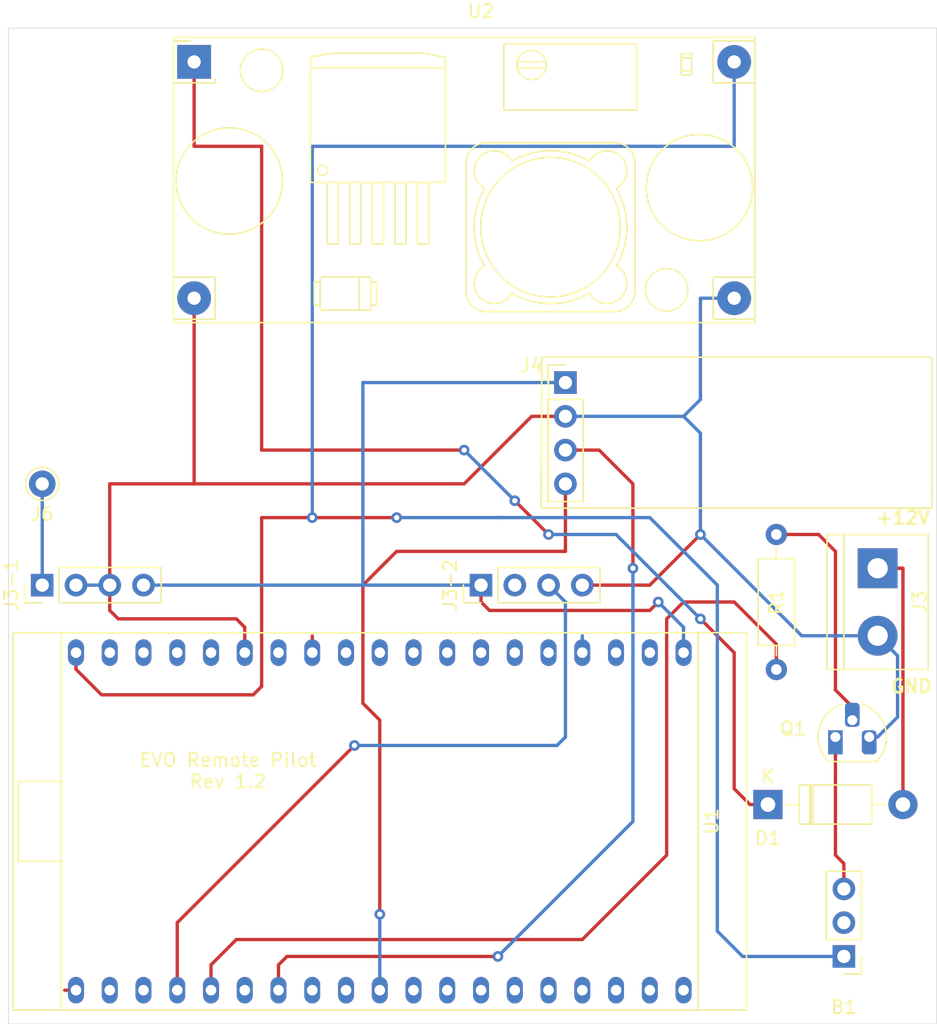
<source format=kicad_pcb>
(kicad_pcb (version 20171130) (host pcbnew "(5.1.6-0)")

  (general
    (thickness 1.6)
    (drawings 16)
    (tracks 127)
    (zones 0)
    (modules 13)
    (nets 46)
  )

  (page A4)
  (layers
    (0 F.Cu signal)
    (31 B.Cu signal)
    (32 B.Adhes user)
    (33 F.Adhes user)
    (34 B.Paste user)
    (35 F.Paste user)
    (36 B.SilkS user)
    (37 F.SilkS user)
    (38 B.Mask user)
    (39 F.Mask user)
    (40 Dwgs.User user)
    (41 Cmts.User user)
    (42 Eco1.User user)
    (43 Eco2.User user)
    (44 Edge.Cuts user)
    (45 Margin user)
    (46 B.CrtYd user)
    (47 F.CrtYd user)
    (48 B.Fab user)
    (49 F.Fab user)
  )

  (setup
    (last_trace_width 0.25)
    (trace_clearance 0.2)
    (zone_clearance 0.508)
    (zone_45_only no)
    (trace_min 0.2)
    (via_size 0.8)
    (via_drill 0.4)
    (via_min_size 0.4)
    (via_min_drill 0.3)
    (uvia_size 0.3)
    (uvia_drill 0.1)
    (uvias_allowed no)
    (uvia_min_size 0.2)
    (uvia_min_drill 0.1)
    (edge_width 0.05)
    (segment_width 0.2)
    (pcb_text_width 0.3)
    (pcb_text_size 1.5 1.5)
    (mod_edge_width 0.12)
    (mod_text_size 1 1)
    (mod_text_width 0.15)
    (pad_size 1.524 1.524)
    (pad_drill 0.762)
    (pad_to_mask_clearance 0.051)
    (solder_mask_min_width 0.25)
    (aux_axis_origin 63.5 146.05)
    (visible_elements 7FFFFFFF)
    (pcbplotparams
      (layerselection 0x010fc_ffffffff)
      (usegerberextensions false)
      (usegerberattributes false)
      (usegerberadvancedattributes false)
      (creategerberjobfile false)
      (excludeedgelayer true)
      (linewidth 0.100000)
      (plotframeref false)
      (viasonmask false)
      (mode 1)
      (useauxorigin false)
      (hpglpennumber 1)
      (hpglpenspeed 20)
      (hpglpendiameter 15.000000)
      (psnegative false)
      (psa4output false)
      (plotreference true)
      (plotvalue true)
      (plotinvisibletext false)
      (padsonsilk false)
      (subtractmaskfromsilk false)
      (outputformat 1)
      (mirror false)
      (drillshape 0)
      (scaleselection 1)
      (outputdirectory "/Users/thomasnisole/Work/arduino/ESP32-Evo-Remote-Pilot-NMEA2000/KiCAD/ESP32EvoPilotRemote/gerber/"))
  )

  (net 0 "")
  (net 1 "Net-(J3-2-Pad3)")
  (net 2 "Net-(J3-2-Pad2)")
  (net 3 "Net-(Q1-Pad2)")
  (net 4 "Net-(R1-Pad2)")
  (net 5 "Net-(U1-Pad38)")
  (net 6 "Net-(U1-Pad37)")
  (net 7 "Net-(U1-Pad2)")
  (net 8 "Net-(U1-Pad36)")
  (net 9 "Net-(U1-Pad3)")
  (net 10 "Net-(U1-Pad35)")
  (net 11 "Net-(U1-Pad4)")
  (net 12 "Net-(U1-Pad34)")
  (net 13 "Net-(U1-Pad5)")
  (net 14 "Net-(U1-Pad33)")
  (net 15 "Net-(U1-Pad6)")
  (net 16 "Net-(U1-Pad32)")
  (net 17 "Net-(U1-Pad7)")
  (net 18 "Net-(U1-Pad8)")
  (net 19 "Net-(U1-Pad30)")
  (net 20 "Net-(U1-Pad9)")
  (net 21 "Net-(U1-Pad10)")
  (net 22 "Net-(U1-Pad28)")
  (net 23 "Net-(U1-Pad11)")
  (net 24 "Net-(U1-Pad27)")
  (net 25 "Net-(U1-Pad12)")
  (net 26 "Net-(U1-Pad13)")
  (net 27 "Net-(U1-Pad25)")
  (net 28 "Net-(U1-Pad15)")
  (net 29 "Net-(U1-Pad16)")
  (net 30 "Net-(U1-Pad22)")
  (net 31 "Net-(U1-Pad17)")
  (net 32 "Net-(U1-Pad21)")
  (net 33 "Net-(U1-Pad18)")
  (net 34 "Net-(U1-Pad20)")
  (net 35 +5V)
  (net 36 +12V)
  (net 37 "Net-(D1-Pad1)")
  (net 38 +3V3)
  (net 39 GND)
  (net 40 "Net-(J4-Pad4)")
  (net 41 "Net-(J4-Pad3)")
  (net 42 "Net-(J3-1-Pad1)")
  (net 43 "Net-(B1-Pad3)")
  (net 44 "Net-(B1-Pad2)")
  (net 45 "Net-(U1-Pad31)")

  (net_class Default "Dies ist die voreingestellte Netzklasse."
    (clearance 0.2)
    (trace_width 0.25)
    (via_dia 0.8)
    (via_drill 0.4)
    (uvia_dia 0.3)
    (uvia_drill 0.1)
    (add_net +12V)
    (add_net +3V3)
    (add_net +5V)
    (add_net GND)
    (add_net "Net-(B1-Pad2)")
    (add_net "Net-(B1-Pad3)")
    (add_net "Net-(D1-Pad1)")
    (add_net "Net-(J3-1-Pad1)")
    (add_net "Net-(J3-2-Pad2)")
    (add_net "Net-(J3-2-Pad3)")
    (add_net "Net-(J4-Pad3)")
    (add_net "Net-(J4-Pad4)")
    (add_net "Net-(Q1-Pad2)")
    (add_net "Net-(R1-Pad2)")
    (add_net "Net-(U1-Pad10)")
    (add_net "Net-(U1-Pad11)")
    (add_net "Net-(U1-Pad12)")
    (add_net "Net-(U1-Pad13)")
    (add_net "Net-(U1-Pad15)")
    (add_net "Net-(U1-Pad16)")
    (add_net "Net-(U1-Pad17)")
    (add_net "Net-(U1-Pad18)")
    (add_net "Net-(U1-Pad2)")
    (add_net "Net-(U1-Pad20)")
    (add_net "Net-(U1-Pad21)")
    (add_net "Net-(U1-Pad22)")
    (add_net "Net-(U1-Pad25)")
    (add_net "Net-(U1-Pad27)")
    (add_net "Net-(U1-Pad28)")
    (add_net "Net-(U1-Pad3)")
    (add_net "Net-(U1-Pad30)")
    (add_net "Net-(U1-Pad31)")
    (add_net "Net-(U1-Pad32)")
    (add_net "Net-(U1-Pad33)")
    (add_net "Net-(U1-Pad34)")
    (add_net "Net-(U1-Pad35)")
    (add_net "Net-(U1-Pad36)")
    (add_net "Net-(U1-Pad37)")
    (add_net "Net-(U1-Pad38)")
    (add_net "Net-(U1-Pad4)")
    (add_net "Net-(U1-Pad5)")
    (add_net "Net-(U1-Pad6)")
    (add_net "Net-(U1-Pad7)")
    (add_net "Net-(U1-Pad8)")
    (add_net "Net-(U1-Pad9)")
  )

  (module MountingHole:MountingHole_3.2mm_M3 (layer F.Cu) (tedit 56D1B4CB) (tstamp 628D7CE9)
    (at 69.85 81.28)
    (descr "Mounting Hole 3.2mm, no annular, M3")
    (tags "mounting hole 3.2mm no annular m3")
    (attr virtual)
    (fp_text reference " " (at 0 -4.2) (layer F.SilkS)
      (effects (font (size 1 1) (thickness 0.15)))
    )
    (fp_text value " " (at 0 4.2) (layer F.Fab)
      (effects (font (size 1 1) (thickness 0.15)))
    )
    (fp_circle (center 0 0) (end 3.2 0) (layer Cmts.User) (width 0.15))
    (fp_circle (center 0 0) (end 3.45 0) (layer F.CrtYd) (width 0.05))
    (fp_text user %R (at 0.3 0) (layer F.Fab)
      (effects (font (size 1 1) (thickness 0.15)))
    )
    (pad 1 np_thru_hole circle (at 0 0) (size 3.2 3.2) (drill 3.2) (layers *.Cu *.Mask))
  )

  (module MountingHole:MountingHole_3.2mm_M3 (layer F.Cu) (tedit 56D1B4CB) (tstamp 628D773C)
    (at 127 81.28)
    (descr "Mounting Hole 3.2mm, no annular, M3")
    (tags "mounting hole 3.2mm no annular m3")
    (attr virtual)
    (fp_text reference " " (at 0 -4.2) (layer F.SilkS)
      (effects (font (size 1 1) (thickness 0.15)))
    )
    (fp_text value " " (at 0 4.2) (layer F.Fab)
      (effects (font (size 1 1) (thickness 0.15)))
    )
    (fp_text user %R (at 0.3 0) (layer F.Fab)
      (effects (font (size 1 1) (thickness 0.15)))
    )
    (fp_circle (center 0 0) (end 3.2 0) (layer Cmts.User) (width 0.15))
    (fp_circle (center 0 0) (end 3.45 0) (layer F.CrtYd) (width 0.05))
    (pad 1 np_thru_hole circle (at 0 0) (size 3.2 3.2) (drill 3.2) (layers *.Cu *.Mask))
  )

  (module ESP32EvoPilotRemote:YAAJ_DCDC_StepDown_LM2596 (layer F.Cu) (tedit 5F95FD08) (tstamp 628D491C)
    (at 77.47 73.66)
    (path /628D4261)
    (fp_text reference U2 (at 21.59 -3.81) (layer F.SilkS)
      (effects (font (size 1 1) (thickness 0.15)))
    )
    (fp_text value "StepDown LM2596" (at 20.32 21.59) (layer F.Fab)
      (effects (font (size 1 1) (thickness 0.15)))
    )
    (fp_line (start -1.98 20.04) (end -1.98 -2.26) (layer F.CrtYd) (width 0.05))
    (fp_line (start 42.62 20.04) (end -1.98 20.04) (layer F.CrtYd) (width 0.05))
    (fp_line (start 42.62 -2.26) (end 42.62 20.04) (layer F.CrtYd) (width 0.05))
    (fp_line (start -1.98 -2.26) (end 42.62 -2.26) (layer F.CrtYd) (width 0.05))
    (fp_line (start 1.58 1.27) (end 1.58 1.58) (layer F.SilkS) (width 0.12))
    (fp_line (start -1.55 -1.58) (end -0.25 -1.58) (layer F.SilkS) (width 0.12))
    (fp_line (start 1.27 -1.27) (end 1.27 1.27) (layer F.Fab) (width 0.1))
    (fp_line (start -1.55 1.575) (end 1.58 1.58) (layer F.SilkS) (width 0.12))
    (fp_line (start 1.27 1.27) (end -1.27 1.27) (layer F.Fab) (width 0.1))
    (fp_line (start -0.635 -1.27) (end 1.27 -1.27) (layer F.Fab) (width 0.1))
    (fp_line (start -1.27 -0.635) (end -0.635 -1.27) (layer F.Fab) (width 0.1))
    (fp_line (start -1.27 1.27) (end -1.27 -0.635) (layer F.Fab) (width 0.1))
    (fp_line (start 42.12 19.54) (end 42.12 -1.76) (layer F.Fab) (width 0.1))
    (fp_line (start 42.12 -1.76) (end -1.48 -1.76) (layer F.Fab) (width 0.1))
    (fp_line (start -1.48 -1.76) (end -1.48 19.54) (layer F.Fab) (width 0.1))
    (fp_line (start -1.48 19.54) (end 42.12 19.54) (layer F.Fab) (width 0.1))
    (fp_circle (center 5.08 0.635) (end 6.678999 0.635) (layer F.Fab) (width 0.1))
    (fp_circle (center 35.56 17.145) (end 37.159 17.145) (layer F.Fab) (width 0.1))
    (fp_line (start -1.55 16.2) (end 1.58 16.2) (layer F.SilkS) (width 0.12))
    (fp_line (start 1.58 16.2) (end 1.58 19.36) (layer F.SilkS) (width 0.12))
    (fp_line (start -1.27 19.05) (end -1.27 16.51) (layer F.Fab) (width 0.1))
    (fp_line (start 1.27 16.51) (end 1.27 19.05) (layer F.Fab) (width 0.1))
    (fp_line (start 1.27 19.05) (end -1.27 19.05) (layer F.Fab) (width 0.1))
    (fp_line (start -1.27 16.51) (end 1.27 16.51) (layer F.Fab) (width 0.1))
    (fp_line (start -1.55 19.36) (end 1.58 19.36) (layer F.SilkS) (width 0.12))
    (fp_line (start 39.06 -1.58) (end 42.175 -1.58) (layer F.SilkS) (width 0.12))
    (fp_line (start 39.37 1.27) (end 39.37 -1.27) (layer F.Fab) (width 0.1))
    (fp_line (start 41.91 -1.27) (end 41.91 1.27) (layer F.Fab) (width 0.1))
    (fp_line (start 41.91 1.27) (end 39.37 1.27) (layer F.Fab) (width 0.1))
    (fp_line (start 39.37 -1.27) (end 41.91 -1.27) (layer F.Fab) (width 0.1))
    (fp_line (start 39.06 1.58) (end 42.22 1.58) (layer F.SilkS) (width 0.12))
    (fp_line (start 39.06 1.58) (end 39.06 -1.58) (layer F.SilkS) (width 0.12))
    (fp_line (start 39.06 16.2) (end 42.175 16.2) (layer F.SilkS) (width 0.12))
    (fp_line (start 39.37 19.05) (end 39.37 16.51) (layer F.Fab) (width 0.1))
    (fp_line (start 41.91 16.51) (end 41.91 19.05) (layer F.Fab) (width 0.1))
    (fp_line (start 41.91 19.05) (end 39.37 19.05) (layer F.Fab) (width 0.1))
    (fp_line (start 39.37 16.51) (end 41.91 16.51) (layer F.Fab) (width 0.1))
    (fp_line (start 39.06 19.36) (end 42.175 19.36) (layer F.SilkS) (width 0.12))
    (fp_line (start 39.06 19.36) (end 39.06 16.2) (layer F.SilkS) (width 0.12))
    (fp_circle (center 9.673179 8.154594) (end 10.048179 8.154594) (layer F.SilkS) (width 0.12))
    (fp_circle (center 35.56 17.145) (end 37.159 17.145) (layer F.SilkS) (width 0.12))
    (fp_circle (center 5.08 0.635) (end 6.678999 0.635) (layer F.SilkS) (width 0.12))
    (fp_circle (center 26.817397 12.435796) (end 32.067397 12.435796) (layer F.SilkS) (width 0.12))
    (fp_circle (center 38.029307 9.455206) (end 42.029307 9.455206) (layer F.SilkS) (width 0.12))
    (fp_circle (center 2.646666 8.957418) (end 6.646666 8.957418) (layer F.SilkS) (width 0.12))
    (fp_line (start 13.282636 16.794696) (end 13.282636 16.700144) (layer F.SilkS) (width 0.12))
    (fp_line (start 12.411358 16.283217) (end 12.411358 18.583217) (layer F.SilkS) (width 0.12))
    (fp_line (start 10.010233 13.69667) (end 10.010233 9.06667) (layer F.SilkS) (width 0.12))
    (fp_line (start 10.850233 13.69667) (end 10.850233 9.06667) (layer F.SilkS) (width 0.12))
    (fp_line (start 10.010233 13.69667) (end 10.850233 13.69667) (layer F.SilkS) (width 0.12))
    (fp_line (start 11.710233 13.69667) (end 11.710233 9.06667) (layer F.SilkS) (width 0.12))
    (fp_line (start 12.550233 13.69667) (end 12.550233 9.06667) (layer F.SilkS) (width 0.12))
    (fp_line (start 11.710233 13.69667) (end 12.550233 13.69667) (layer F.SilkS) (width 0.12))
    (fp_line (start 13.410233 13.69667) (end 13.410233 9.06667) (layer F.SilkS) (width 0.12))
    (fp_line (start 14.250233 13.69667) (end 14.250233 9.06667) (layer F.SilkS) (width 0.12))
    (fp_line (start 13.410233 13.69667) (end 14.250233 13.69667) (layer F.SilkS) (width 0.12))
    (fp_line (start 15.110233 13.69667) (end 15.110233 9.06667) (layer F.SilkS) (width 0.12))
    (fp_line (start 15.950233 13.69667) (end 15.950233 9.06667) (layer F.SilkS) (width 0.12))
    (fp_line (start 15.110233 13.69667) (end 15.950233 13.69667) (layer F.SilkS) (width 0.12))
    (fp_line (start 16.810233 13.69667) (end 16.810233 9.06667) (layer F.SilkS) (width 0.12))
    (fp_line (start 17.650233 13.69667) (end 17.650233 9.06667) (layer F.SilkS) (width 0.12))
    (fp_line (start 16.810233 13.69667) (end 17.650233 13.69667) (layer F.SilkS) (width 0.12))
    (fp_line (start 8.749233 1.004149) (end 8.749233 1.165687) (layer F.SilkS) (width 0.12))
    (fp_line (start 8.750233 8.989106) (end 8.750233 -0.36239) (layer F.SilkS) (width 0.12))
    (fp_line (start 8.750233 8.989106) (end 8.827797 9.06667) (layer F.SilkS) (width 0.12))
    (fp_line (start 8.827797 9.06667) (end 18.83267 9.06667) (layer F.SilkS) (width 0.12))
    (fp_line (start 18.910233 8.989106) (end 18.910233 -0.36239) (layer F.SilkS) (width 0.12))
    (fp_line (start 18.83267 9.06667) (end 18.910233 8.989106) (layer F.SilkS) (width 0.12))
    (fp_line (start 18.910233 0.42667) (end 8.750233 0.42667) (layer F.SilkS) (width 0.12))
    (fp_line (start 8.750233 -0.36239) (end 10.400233 -0.653329) (layer F.SilkS) (width 0.12))
    (fp_line (start 10.400233 -0.653329) (end 17.260233 -0.653329) (layer F.SilkS) (width 0.12))
    (fp_line (start 17.260233 -0.653329) (end 18.910233 -0.36239) (layer F.SilkS) (width 0.12))
    (fp_line (start 9.481636 18.583217) (end 9.481636 16.283217) (layer F.SilkS) (width 0.12))
    (fp_line (start 13.181636 18.683217) (end 9.581636 18.683217) (layer F.SilkS) (width 0.12))
    (fp_line (start 13.281636 16.283217) (end 13.281636 18.583217) (layer F.SilkS) (width 0.12))
    (fp_line (start 9.581636 16.183217) (end 13.181636 16.183217) (layer F.SilkS) (width 0.12))
    (fp_line (start 13.731636 16.558217) (end 13.731636 18.308217) (layer F.SilkS) (width 0.12))
    (fp_line (start 13.731636 18.308217) (end 13.281636 18.308217) (layer F.SilkS) (width 0.12))
    (fp_line (start 13.281636 16.558217) (end 13.731636 16.558217) (layer F.SilkS) (width 0.12))
    (fp_line (start 9.481636 18.308217) (end 9.031636 18.308217) (layer F.SilkS) (width 0.12))
    (fp_line (start 9.031636 18.308217) (end 9.031636 16.558217) (layer F.SilkS) (width 0.12))
    (fp_line (start 9.031636 16.558217) (end 9.481636 16.558217) (layer F.SilkS) (width 0.12))
    (fp_line (start -1.555 19.615) (end 42.195 19.615) (layer F.SilkS) (width 0.12))
    (fp_line (start -1.555 -1.835) (end -1.555 19.615) (layer F.SilkS) (width 0.12))
    (fp_line (start 42.195 -1.835) (end -1.555 -1.835) (layer F.SilkS) (width 0.12))
    (fp_line (start 42.195 19.615) (end 42.195 -1.835) (layer F.SilkS) (width 0.12))
    (fp_line (start 37.448681 -0.619704) (end 36.648681 -0.619704) (layer F.SilkS) (width 0.12))
    (fp_line (start 36.648681 -0.299704) (end 37.448681 -0.299704) (layer F.SilkS) (width 0.12))
    (fp_line (start 20.467397 7.585796) (end 20.467397 17.285796) (layer F.SilkS) (width 0.12))
    (fp_line (start 31.667397 6.085796) (end 21.967397 6.085796) (layer F.SilkS) (width 0.12))
    (fp_line (start 33.167397 17.285796) (end 33.167397 7.585796) (layer F.SilkS) (width 0.12))
    (fp_line (start 21.967397 18.785796) (end 31.667397 18.785796) (layer F.SilkS) (width 0.12))
    (fp_line (start 24.360553 0.482294) (end 26.439014 0.482294) (layer F.SilkS) (width 0.12))
    (fp_line (start 26.439014 -0.017705) (end 24.360553 -0.017705) (layer F.SilkS) (width 0.12))
    (fp_line (start 24.336385 -0.0491) (end 24.360553 -0.017705) (layer F.SilkS) (width 0.12))
    (fp_line (start 24.348594 0.007294) (end 24.360553 -0.017705) (layer F.SilkS) (width 0.12))
    (fp_line (start 24.348594 0.007294) (end 24.324147 0.002062) (layer F.SilkS) (width 0.12))
    (fp_line (start 24.348594 0.007294) (end 24.355764 -0.023925) (layer F.SilkS) (width 0.12))
    (fp_line (start 23.349783 -1.367705) (end 33.249783 -1.367705) (layer F.SilkS) (width 0.12))
    (fp_line (start 23.299783 3.582294) (end 23.299783 -1.317705) (layer F.SilkS) (width 0.12))
    (fp_line (start 33.249783 3.632294) (end 23.349783 3.632294) (layer F.SilkS) (width 0.12))
    (fp_line (start 33.299783 -1.317705) (end 33.299783 3.582294) (layer F.SilkS) (width 0.12))
    (fp_line (start 31.858978 -1.368705) (end 31.814106 -1.368705) (layer F.SilkS) (width 0.12))
    (fp_line (start 31.942312 -1.368705) (end 31.908357 -1.368705) (layer F.SilkS) (width 0.12))
    (fp_line (start 37.448681 0.660295) (end 36.648681 0.660295) (layer F.SilkS) (width 0.12))
    (fp_line (start 37.448681 0.980295) (end 36.648681 0.980295) (layer F.SilkS) (width 0.12))
    (fp_line (start 37.448681 -0.619704) (end 37.448681 0.980295) (layer F.SilkS) (width 0.12))
    (fp_line (start 36.648681 0.980295) (end 36.648681 -0.619704) (layer F.SilkS) (width 0.12))
    (fp_arc (start 33.249783 -1.317705) (end 33.299783 -1.317705) (angle -90) (layer F.SilkS) (width 0.12))
    (fp_arc (start 23.349783 3.582294) (end 23.299783 3.582294) (angle -90) (layer F.SilkS) (width 0.12))
    (fp_arc (start 23.349783 -1.317705) (end 23.349783 -1.367705) (angle -90) (layer F.SilkS) (width 0.12))
    (fp_arc (start 33.249783 3.582294) (end 33.249783 3.632294) (angle -90) (layer F.SilkS) (width 0.12))
    (fp_arc (start 25.399783 0.232294) (end 24.336385 0.51369) (angle -357.2596488) (layer F.SilkS) (width 0.12))
    (fp_arc (start 29.702326 7.346623) (end 29.653011 7.433617) (angle -87.60432618) (layer F.SilkS) (width 0.12))
    (fp_arc (start 21.728223 15.320725) (end 21.781132 15.405582) (angle -87.60432618) (layer F.SilkS) (width 0.12))
    (fp_arc (start 21.728223 9.550868) (end 21.815218 9.600183) (angle -87.60432618) (layer F.SilkS) (width 0.12))
    (fp_arc (start 23.932468 7.346623) (end 23.847611 7.399531) (angle -87.60432618) (layer F.SilkS) (width 0.12))
    (fp_arc (start 22.574756 8.193156) (end 23.847611 7.399531) (angle -206.1129619) (layer F.SilkS) (width 0.12))
    (fp_arc (start 31.060038 16.678437) (end 29.787183 17.472062) (angle -206.1129619) (layer F.SilkS) (width 0.12))
    (fp_arc (start 26.817397 12.435796) (end 29.653011 7.433617) (angle -59.09569043) (layer F.SilkS) (width 0.12))
    (fp_arc (start 26.817397 12.435796) (end 21.815218 9.600183) (angle -59.09569043) (layer F.SilkS) (width 0.12))
    (fp_arc (start 22.574756 16.678437) (end 21.781132 15.405582) (angle -206.1129619) (layer F.SilkS) (width 0.12))
    (fp_arc (start 29.702326 17.52497) (end 29.787183 17.472062) (angle -87.60432618) (layer F.SilkS) (width 0.12))
    (fp_arc (start 21.967397 17.285796) (end 20.467397 17.285796) (angle -90) (layer F.SilkS) (width 0.12))
    (fp_arc (start 31.667397 7.585796) (end 33.167397 7.585796) (angle -90) (layer F.SilkS) (width 0.12))
    (fp_arc (start 21.967397 7.585796) (end 21.967397 6.085796) (angle -90) (layer F.SilkS) (width 0.12))
    (fp_arc (start 23.932468 17.52497) (end 23.981783 17.437976) (angle -87.60432618) (layer F.SilkS) (width 0.12))
    (fp_arc (start 31.060038 8.193156) (end 31.853662 9.466011) (angle -206.1129619) (layer F.SilkS) (width 0.12))
    (fp_arc (start 31.667397 17.285796) (end 31.667397 18.785796) (angle -90) (layer F.SilkS) (width 0.12))
    (fp_arc (start 26.817397 12.435796) (end 31.819576 15.27141) (angle -59.09569043) (layer F.SilkS) (width 0.12))
    (fp_arc (start 31.906571 15.320725) (end 31.819576 15.27141) (angle -87.60432618) (layer F.SilkS) (width 0.12))
    (fp_arc (start 26.817397 12.435796) (end 23.981783 17.437976) (angle -59.09569043) (layer F.SilkS) (width 0.12))
    (fp_arc (start 31.906571 9.550868) (end 31.853662 9.466011) (angle -87.60432618) (layer F.SilkS) (width 0.12))
    (fp_arc (start 9.581636 16.283217) (end 9.581636 16.183217) (angle -90) (layer F.SilkS) (width 0.12))
    (fp_arc (start 13.181636 16.283217) (end 13.281636 16.283217) (angle -90) (layer F.SilkS) (width 0.12))
    (fp_arc (start 13.181636 18.583217) (end 13.181636 18.683217) (angle -90) (layer F.SilkS) (width 0.12))
    (fp_arc (start 9.581636 18.583217) (end 9.481636 18.583217) (angle -90) (layer F.SilkS) (width 0.12))
    (fp_text user REF** (at 21.59 8.89) (layer F.Fab)
      (effects (font (size 1 1) (thickness 0.15)))
    )
    (pad 3 thru_hole circle (at 40.64 17.78) (size 2.54 2.54) (drill 1) (layers *.Cu *.Mask)
      (net 39 GND))
    (pad 4 thru_hole circle (at 40.64 0) (size 2.54 2.54) (drill 1) (layers *.Cu *.Mask)
      (net 35 +5V))
    (pad 2 thru_hole circle (at 0 17.78) (size 2.54 2.54) (drill 1) (layers *.Cu *.Mask)
      (net 39 GND))
    (pad 1 thru_hole rect (at 0 0) (size 2.54 2.54) (drill 1) (layers *.Cu *.Mask)
      (net 37 "Net-(D1-Pad1)"))
    (model D:/Users/admin/Documents/KiCad/Libraries/Packages3d/Modules/DCDC_StepDown_LM2596/YAAJ_DCDC_StepDown_LM2596_PinHeaders_cp.wrl
      (at (xyz 0 0 0))
      (scale (xyz 1 1 1))
      (rotate (xyz 0 0 0))
    )
  )

  (module ESP32_Devkit_38Pins:ESP32_Devkit_38Pins (layer F.Cu) (tedit 5FDA221B) (tstamp 5F9C1C4B)
    (at 91.44 130.81 180)
    (path /5F9B108C)
    (fp_text reference U1 (at -24.96 0 90) (layer F.SilkS)
      (effects (font (size 1 1) (thickness 0.15)))
    )
    (fp_text value esp32_38_pins (at 0 0) (layer F.Fab)
      (effects (font (size 1 1) (thickness 0.15)))
    )
    (fp_line (start 27.2 3) (end 23.9 3) (layer F.SilkS) (width 0.12))
    (fp_line (start 27.2 -3) (end 27.2 3) (layer F.SilkS) (width 0.12))
    (fp_line (start 23.9 -3) (end 27.2 -3) (layer F.SilkS) (width 0.12))
    (fp_line (start -23.96 -4.733333) (end -23.96 4.733333) (layer F.SilkS) (width 0.12))
    (fp_line (start 26.8 -14.2) (end 27.6 -14.2) (layer F.SilkS) (width 0.12))
    (fp_line (start 27.6 -14.2) (end 27.6 14.2) (layer F.SilkS) (width 0.12))
    (fp_line (start -27.6 -14.2) (end 26.8 -14.2) (layer F.SilkS) (width 0.12))
    (fp_line (start -27.6 14.2) (end -27.6 -14.2) (layer F.SilkS) (width 0.12))
    (fp_line (start -27.6 14.2) (end 27.6 14.2) (layer F.SilkS) (width 0.12))
    (fp_line (start -23.96 14.199999) (end 23.96 14.2) (layer F.SilkS) (width 0.12))
    (fp_line (start 23.96 14.2) (end 23.96 -14.199999) (layer F.SilkS) (width 0.12))
    (fp_line (start 23.96 -14.199999) (end -23.96 -14.2) (layer F.SilkS) (width 0.12))
    (fp_line (start -23.96 -14.2) (end -23.96 -4.733333) (layer F.SilkS) (width 0.12))
    (fp_line (start -23.96 4.733333) (end -23.96 14.199999) (layer F.SilkS) (width 0.12))
    (fp_line (start -23.71 -13.95) (end 23.71 -13.95) (layer F.CrtYd) (width 0.05))
    (fp_line (start 23.71 -13.95) (end 23.71 13.95) (layer F.CrtYd) (width 0.05))
    (fp_line (start 23.71 13.95) (end -23.71 13.95) (layer F.CrtYd) (width 0.05))
    (fp_line (start -23.71 13.95) (end -23.71 -13.95) (layer F.CrtYd) (width 0.05))
    (pad 19 thru_hole oval (at 22.86 12.7 180) (size 1.2 2) (drill 0.8) (layers *.Cu *.Mask)
      (net 35 +5V))
    (pad 20 thru_hole oval (at 22.86 -12.7 180) (size 1.2 2) (drill 0.8) (layers *.Cu *.Mask)
      (net 34 "Net-(U1-Pad20)"))
    (pad 18 thru_hole oval (at 20.32 12.7 180) (size 1.2 2) (drill 0.8) (layers *.Cu *.Mask)
      (net 33 "Net-(U1-Pad18)"))
    (pad 21 thru_hole oval (at 20.32 -12.7 180) (size 1.2 2) (drill 0.8) (layers *.Cu *.Mask)
      (net 32 "Net-(U1-Pad21)"))
    (pad 17 thru_hole oval (at 17.78 12.7 180) (size 1.2 2) (drill 0.8) (layers *.Cu *.Mask)
      (net 31 "Net-(U1-Pad17)"))
    (pad 22 thru_hole oval (at 17.78 -12.7 180) (size 1.2 2) (drill 0.8) (layers *.Cu *.Mask)
      (net 30 "Net-(U1-Pad22)"))
    (pad 16 thru_hole oval (at 15.24 12.7 180) (size 1.2 2) (drill 0.8) (layers *.Cu *.Mask)
      (net 29 "Net-(U1-Pad16)"))
    (pad 23 thru_hole oval (at 15.24 -12.7 180) (size 1.2 2) (drill 0.8) (layers *.Cu *.Mask)
      (net 1 "Net-(J3-2-Pad3)"))
    (pad 15 thru_hole oval (at 12.7 12.7 180) (size 1.2 2) (drill 0.8) (layers *.Cu *.Mask)
      (net 28 "Net-(U1-Pad15)"))
    (pad 24 thru_hole oval (at 12.7 -12.7 180) (size 1.2 2) (drill 0.8) (layers *.Cu *.Mask)
      (net 4 "Net-(R1-Pad2)"))
    (pad 14 thru_hole oval (at 10.16 12.7 180) (size 1.2 2) (drill 0.8) (layers *.Cu *.Mask)
      (net 39 GND))
    (pad 25 thru_hole oval (at 10.16 -12.7 180) (size 1.2 2) (drill 0.8) (layers *.Cu *.Mask)
      (net 27 "Net-(U1-Pad25)"))
    (pad 13 thru_hole oval (at 7.62 12.7 180) (size 1.2 2) (drill 0.8) (layers *.Cu *.Mask)
      (net 26 "Net-(U1-Pad13)"))
    (pad 26 thru_hole oval (at 7.62 -12.7 180) (size 1.2 2) (drill 0.8) (layers *.Cu *.Mask)
      (net 41 "Net-(J4-Pad3)"))
    (pad 12 thru_hole oval (at 5.08 12.7 180) (size 1.2 2) (drill 0.8) (layers *.Cu *.Mask)
      (net 25 "Net-(U1-Pad12)"))
    (pad 27 thru_hole oval (at 5.08 -12.7 180) (size 1.2 2) (drill 0.8) (layers *.Cu *.Mask)
      (net 24 "Net-(U1-Pad27)"))
    (pad 11 thru_hole oval (at 2.54 12.7 180) (size 1.2 2) (drill 0.8) (layers *.Cu *.Mask)
      (net 23 "Net-(U1-Pad11)"))
    (pad 28 thru_hole oval (at 2.54 -12.7 180) (size 1.2 2) (drill 0.8) (layers *.Cu *.Mask)
      (net 22 "Net-(U1-Pad28)"))
    (pad 10 thru_hole oval (at 0 12.7 180) (size 1.2 2) (drill 0.8) (layers *.Cu *.Mask)
      (net 21 "Net-(U1-Pad10)"))
    (pad 29 thru_hole oval (at 0 -12.7 180) (size 1.2 2) (drill 0.8) (layers *.Cu *.Mask)
      (net 40 "Net-(J4-Pad4)"))
    (pad 9 thru_hole oval (at -2.54 12.7 180) (size 1.2 2) (drill 0.8) (layers *.Cu *.Mask)
      (net 20 "Net-(U1-Pad9)"))
    (pad 30 thru_hole oval (at -2.54 -12.7 180) (size 1.2 2) (drill 0.8) (layers *.Cu *.Mask)
      (net 19 "Net-(U1-Pad30)"))
    (pad 8 thru_hole oval (at -5.08 12.7 180) (size 1.2 2) (drill 0.8) (layers *.Cu *.Mask)
      (net 18 "Net-(U1-Pad8)"))
    (pad 31 thru_hole oval (at -5.08 -12.7 180) (size 1.2 2) (drill 0.8) (layers *.Cu *.Mask)
      (net 45 "Net-(U1-Pad31)"))
    (pad 7 thru_hole oval (at -7.62 12.7 180) (size 1.2 2) (drill 0.8) (layers *.Cu *.Mask)
      (net 17 "Net-(U1-Pad7)"))
    (pad 32 thru_hole oval (at -7.62 -12.7 180) (size 1.2 2) (drill 0.8) (layers *.Cu *.Mask)
      (net 16 "Net-(U1-Pad32)"))
    (pad 6 thru_hole oval (at -10.16 12.7 180) (size 1.2 2) (drill 0.8) (layers *.Cu *.Mask)
      (net 15 "Net-(U1-Pad6)"))
    (pad 33 thru_hole oval (at -10.16 -12.7 180) (size 1.2 2) (drill 0.8) (layers *.Cu *.Mask)
      (net 14 "Net-(U1-Pad33)"))
    (pad 5 thru_hole oval (at -12.7 12.7 180) (size 1.2 2) (drill 0.8) (layers *.Cu *.Mask)
      (net 13 "Net-(U1-Pad5)"))
    (pad 34 thru_hole oval (at -12.7 -12.7 180) (size 1.2 2) (drill 0.8) (layers *.Cu *.Mask)
      (net 12 "Net-(U1-Pad34)"))
    (pad 4 thru_hole oval (at -15.24 12.7 180) (size 1.2 2) (drill 0.8) (layers *.Cu *.Mask)
      (net 11 "Net-(U1-Pad4)"))
    (pad 35 thru_hole oval (at -15.24 -12.7 180) (size 1.2 2) (drill 0.8) (layers *.Cu *.Mask)
      (net 10 "Net-(U1-Pad35)"))
    (pad 3 thru_hole oval (at -17.78 12.7 180) (size 1.2 2) (drill 0.8) (layers *.Cu *.Mask)
      (net 9 "Net-(U1-Pad3)"))
    (pad 36 thru_hole oval (at -17.78 -12.7 180) (size 1.2 2) (drill 0.8) (layers *.Cu *.Mask)
      (net 8 "Net-(U1-Pad36)"))
    (pad 2 thru_hole oval (at -20.32 12.7 180) (size 1.2 2) (drill 0.8) (layers *.Cu *.Mask)
      (net 7 "Net-(U1-Pad2)"))
    (pad 37 thru_hole oval (at -20.32 -12.7 180) (size 1.2 2) (drill 0.8) (layers *.Cu *.Mask)
      (net 6 "Net-(U1-Pad37)"))
    (pad 1 thru_hole oval (at -22.86 12.7 180) (size 1.2 2) (drill 0.8) (layers *.Cu *.Mask)
      (net 38 +3V3))
    (pad 38 thru_hole oval (at -22.86 -12.7 180) (size 1.2 2) (drill 0.8) (layers *.Cu *.Mask)
      (net 5 "Net-(U1-Pad38)"))
  )

  (module TerminalBlock:TerminalBlock_bornier-2_P5.08mm (layer F.Cu) (tedit 59FF03AB) (tstamp 5F9B179E)
    (at 128.905 111.76 270)
    (descr "simple 2-pin terminal block, pitch 5.08mm, revamped version of bornier2")
    (tags "terminal block bornier2")
    (path /5F9B39F2)
    (fp_text reference J3 (at 2.54 -3.175 90) (layer F.SilkS)
      (effects (font (size 1 1) (thickness 0.15)))
    )
    (fp_text value Power (at 2.54 5.08 90) (layer F.Fab)
      (effects (font (size 1 1) (thickness 0.15)))
    )
    (fp_line (start -2.41 2.55) (end 7.49 2.55) (layer F.Fab) (width 0.1))
    (fp_line (start -2.46 -3.75) (end -2.46 3.75) (layer F.Fab) (width 0.1))
    (fp_line (start -2.46 3.75) (end 7.54 3.75) (layer F.Fab) (width 0.1))
    (fp_line (start 7.54 3.75) (end 7.54 -3.75) (layer F.Fab) (width 0.1))
    (fp_line (start 7.54 -3.75) (end -2.46 -3.75) (layer F.Fab) (width 0.1))
    (fp_line (start 7.62 2.54) (end -2.54 2.54) (layer F.SilkS) (width 0.12))
    (fp_line (start 7.62 3.81) (end 7.62 -3.81) (layer F.SilkS) (width 0.12))
    (fp_line (start 7.62 -3.81) (end -2.54 -3.81) (layer F.SilkS) (width 0.12))
    (fp_line (start -2.54 -3.81) (end -2.54 3.81) (layer F.SilkS) (width 0.12))
    (fp_line (start -2.54 3.81) (end 7.62 3.81) (layer F.SilkS) (width 0.12))
    (fp_line (start -2.71 -4) (end 7.79 -4) (layer F.CrtYd) (width 0.05))
    (fp_line (start -2.71 -4) (end -2.71 4) (layer F.CrtYd) (width 0.05))
    (fp_line (start 7.79 4) (end 7.79 -4) (layer F.CrtYd) (width 0.05))
    (fp_line (start 7.79 4) (end -2.71 4) (layer F.CrtYd) (width 0.05))
    (fp_text user %R (at 2.54 -3.175 90) (layer F.Fab)
      (effects (font (size 1 1) (thickness 0.15)))
    )
    (pad 2 thru_hole circle (at 5.08 0 270) (size 3 3) (drill 1.52) (layers *.Cu *.Mask)
      (net 39 GND))
    (pad 1 thru_hole rect (at 0 0 270) (size 3 3) (drill 1.52) (layers *.Cu *.Mask)
      (net 36 +12V))
    (model ${KISYS3DMOD}/TerminalBlock.3dshapes/TerminalBlock_bornier-2_P5.08mm.wrl
      (offset (xyz 2.539999961853027 0 0))
      (scale (xyz 1 1 1))
      (rotate (xyz 0 0 0))
    )
  )

  (module Package_TO_SOT_THT:TO-92_HandSolder (layer F.Cu) (tedit 5A282C46) (tstamp 5F9C2192)
    (at 125.73 124.46)
    (descr "TO-92 leads molded, narrow, drill 0.75mm, handsoldering variant with enlarged pads (see NXP sot054_po.pdf)")
    (tags "to-92 sc-43 sc-43a sot54 PA33 transistor")
    (path /5F2980D3)
    (fp_text reference Q1 (at -3.175 -0.635) (layer F.SilkS)
      (effects (font (size 1 1) (thickness 0.15)))
    )
    (fp_text value BC547 (at 1.27 2.79) (layer F.Fab)
      (effects (font (size 1 1) (thickness 0.15)))
    )
    (fp_line (start -0.53 1.85) (end 3.07 1.85) (layer F.SilkS) (width 0.12))
    (fp_line (start -0.5 1.75) (end 3 1.75) (layer F.Fab) (width 0.1))
    (fp_line (start -1.46 -3.05) (end 4 -3.05) (layer F.CrtYd) (width 0.05))
    (fp_line (start -1.45 -3.05) (end -1.46 2.01) (layer F.CrtYd) (width 0.05))
    (fp_line (start 4 2.01) (end 4 -3.05) (layer F.CrtYd) (width 0.05))
    (fp_line (start 4 2.01) (end -1.46 2.01) (layer F.CrtYd) (width 0.05))
    (fp_arc (start 1.27 0) (end 2.05 -2.45) (angle 117.6433766) (layer F.SilkS) (width 0.12))
    (fp_arc (start 1.27 0) (end 1.27 -2.48) (angle -135) (layer F.Fab) (width 0.1))
    (fp_arc (start 1.27 0) (end 0.45 -2.45) (angle -116.9632683) (layer F.SilkS) (width 0.12))
    (fp_arc (start 1.27 0) (end 1.27 -2.48) (angle 135) (layer F.Fab) (width 0.1))
    (fp_text user %R (at -3.175 -0.635) (layer F.Fab)
      (effects (font (size 1 1) (thickness 0.15)))
    )
    (pad 1 thru_hole rect (at 0 0) (size 1.1 1.8) (drill 0.75 (offset 0 0.4)) (layers *.Cu *.Mask)
      (net 43 "Net-(B1-Pad3)"))
    (pad 3 thru_hole roundrect (at 2.54 0) (size 1.1 1.8) (drill 0.75 (offset 0 0.4)) (layers *.Cu *.Mask) (roundrect_rratio 0.25)
      (net 39 GND))
    (pad 2 thru_hole roundrect (at 1.27 -1.27) (size 1.1 1.8) (drill 0.75 (offset 0 -0.4)) (layers *.Cu *.Mask) (roundrect_rratio 0.25)
      (net 3 "Net-(Q1-Pad2)"))
    (model ${KISYS3DMOD}/Package_TO_SOT_THT.3dshapes/TO-92.wrl
      (at (xyz 0 0 0))
      (scale (xyz 1 1 1))
      (rotate (xyz 0 0 0))
    )
  )

  (module Connector_PinHeader_2.54mm:PinHeader_1x03_P2.54mm_Vertical (layer F.Cu) (tedit 59FED5CC) (tstamp 5FA494DD)
    (at 126.365 140.97 180)
    (descr "Through hole straight pin header, 1x03, 2.54mm pitch, single row")
    (tags "Through hole pin header THT 1x03 2.54mm single row")
    (path /5F9C6705)
    (fp_text reference B1 (at 0 -3.81) (layer F.SilkS)
      (effects (font (size 1 1) (thickness 0.15)))
    )
    (fp_text value Buzzer (at -3.81 1.27 90) (layer F.Fab)
      (effects (font (size 1 1) (thickness 0.15)))
    )
    (fp_line (start -0.635 -1.27) (end 1.27 -1.27) (layer F.Fab) (width 0.1))
    (fp_line (start 1.27 -1.27) (end 1.27 6.35) (layer F.Fab) (width 0.1))
    (fp_line (start 1.27 6.35) (end -1.27 6.35) (layer F.Fab) (width 0.1))
    (fp_line (start -1.27 6.35) (end -1.27 -0.635) (layer F.Fab) (width 0.1))
    (fp_line (start -1.27 -0.635) (end -0.635 -1.27) (layer F.Fab) (width 0.1))
    (fp_line (start -1.33 6.41) (end 1.33 6.41) (layer F.SilkS) (width 0.12))
    (fp_line (start -1.33 1.27) (end -1.33 6.41) (layer F.SilkS) (width 0.12))
    (fp_line (start 1.33 1.27) (end 1.33 6.41) (layer F.SilkS) (width 0.12))
    (fp_line (start -1.33 1.27) (end 1.33 1.27) (layer F.SilkS) (width 0.12))
    (fp_line (start -1.33 0) (end -1.33 -1.33) (layer F.SilkS) (width 0.12))
    (fp_line (start -1.33 -1.33) (end 0 -1.33) (layer F.SilkS) (width 0.12))
    (fp_line (start -1.8 -1.8) (end -1.8 6.85) (layer F.CrtYd) (width 0.05))
    (fp_line (start -1.8 6.85) (end 1.8 6.85) (layer F.CrtYd) (width 0.05))
    (fp_line (start 1.8 6.85) (end 1.8 -1.8) (layer F.CrtYd) (width 0.05))
    (fp_line (start 1.8 -1.8) (end -1.8 -1.8) (layer F.CrtYd) (width 0.05))
    (fp_text user %R (at 0 2.54 90) (layer F.Fab)
      (effects (font (size 1 1) (thickness 0.15)))
    )
    (pad 3 thru_hole oval (at 0 5.08 180) (size 1.7 1.7) (drill 1) (layers *.Cu *.Mask)
      (net 43 "Net-(B1-Pad3)"))
    (pad 2 thru_hole oval (at 0 2.54 180) (size 1.7 1.7) (drill 1) (layers *.Cu *.Mask)
      (net 44 "Net-(B1-Pad2)"))
    (pad 1 thru_hole rect (at 0 0 180) (size 1.7 1.7) (drill 1) (layers *.Cu *.Mask)
      (net 35 +5V))
    (model ${KISYS3DMOD}/Connector_PinHeader_2.54mm.3dshapes/PinHeader_1x03_P2.54mm_Vertical.wrl
      (at (xyz 0 0 0))
      (scale (xyz 1 1 1))
      (rotate (xyz 0 0 0))
    )
  )

  (module Connector_PinHeader_2.54mm:PinHeader_1x04_P2.54mm_Vertical (layer F.Cu) (tedit 59FED5CC) (tstamp 5F9C1F21)
    (at 99.06 113.03 90)
    (descr "Through hole straight pin header, 1x04, 2.54mm pitch, single row")
    (tags "Through hole pin header THT 1x04 2.54mm single row")
    (path /5F9DC116)
    (fp_text reference J3-2 (at 0 -2.33 90) (layer F.SilkS)
      (effects (font (size 1 1) (thickness 0.15)))
    )
    (fp_text value "433MHz Receiver" (at -2.54 -2.54) (layer F.Fab)
      (effects (font (size 1 1) (thickness 0.15)))
    )
    (fp_line (start -0.635 -1.27) (end 1.27 -1.27) (layer F.Fab) (width 0.1))
    (fp_line (start 1.27 -1.27) (end 1.27 8.89) (layer F.Fab) (width 0.1))
    (fp_line (start 1.27 8.89) (end -1.27 8.89) (layer F.Fab) (width 0.1))
    (fp_line (start -1.27 8.89) (end -1.27 -0.635) (layer F.Fab) (width 0.1))
    (fp_line (start -1.27 -0.635) (end -0.635 -1.27) (layer F.Fab) (width 0.1))
    (fp_line (start -1.33 8.95) (end 1.33 8.95) (layer F.SilkS) (width 0.12))
    (fp_line (start -1.33 1.27) (end -1.33 8.95) (layer F.SilkS) (width 0.12))
    (fp_line (start 1.33 1.27) (end 1.33 8.95) (layer F.SilkS) (width 0.12))
    (fp_line (start -1.33 1.27) (end 1.33 1.27) (layer F.SilkS) (width 0.12))
    (fp_line (start -1.33 0) (end -1.33 -1.33) (layer F.SilkS) (width 0.12))
    (fp_line (start -1.33 -1.33) (end 0 -1.33) (layer F.SilkS) (width 0.12))
    (fp_line (start -1.8 -1.8) (end -1.8 9.4) (layer F.CrtYd) (width 0.05))
    (fp_line (start -1.8 9.4) (end 1.8 9.4) (layer F.CrtYd) (width 0.05))
    (fp_line (start 1.8 9.4) (end 1.8 -1.8) (layer F.CrtYd) (width 0.05))
    (fp_line (start 1.8 -1.8) (end -1.8 -1.8) (layer F.CrtYd) (width 0.05))
    (fp_text user %R (at 0 3.81) (layer F.Fab)
      (effects (font (size 1 1) (thickness 0.15)))
    )
    (pad 4 thru_hole oval (at 0 7.62 90) (size 1.7 1.7) (drill 1) (layers *.Cu *.Mask)
      (net 39 GND))
    (pad 3 thru_hole oval (at 0 5.08 90) (size 1.7 1.7) (drill 1) (layers *.Cu *.Mask)
      (net 1 "Net-(J3-2-Pad3)"))
    (pad 2 thru_hole oval (at 0 2.54 90) (size 1.7 1.7) (drill 1) (layers *.Cu *.Mask)
      (net 2 "Net-(J3-2-Pad2)"))
    (pad 1 thru_hole rect (at 0 0 90) (size 1.7 1.7) (drill 1) (layers *.Cu *.Mask)
      (net 38 +3V3))
    (model ${KISYS3DMOD}/Connector_PinHeader_2.54mm.3dshapes/PinHeader_1x04_P2.54mm_Vertical.wrl
      (at (xyz 0 0 0))
      (scale (xyz 1 1 1))
      (rotate (xyz 0 0 0))
    )
  )

  (module Connector_PinHeader_2.54mm:PinHeader_1x04_P2.54mm_Vertical (layer F.Cu) (tedit 59FED5CC) (tstamp 5F9C61AE)
    (at 66.04 113.03 90)
    (descr "Through hole straight pin header, 1x04, 2.54mm pitch, single row")
    (tags "Through hole pin header THT 1x04 2.54mm single row")
    (path /5F9D6817)
    (fp_text reference J3-1 (at 0 -2.33 90) (layer F.SilkS)
      (effects (font (size 1 1) (thickness 0.15)))
    )
    (fp_text value Ant (at 0 9.95 90) (layer F.Fab)
      (effects (font (size 1 1) (thickness 0.15)))
    )
    (fp_line (start 1.8 -1.8) (end -1.8 -1.8) (layer F.CrtYd) (width 0.05))
    (fp_line (start 1.8 9.4) (end 1.8 -1.8) (layer F.CrtYd) (width 0.05))
    (fp_line (start -1.8 9.4) (end 1.8 9.4) (layer F.CrtYd) (width 0.05))
    (fp_line (start -1.8 -1.8) (end -1.8 9.4) (layer F.CrtYd) (width 0.05))
    (fp_line (start -1.33 -1.33) (end 0 -1.33) (layer F.SilkS) (width 0.12))
    (fp_line (start -1.33 0) (end -1.33 -1.33) (layer F.SilkS) (width 0.12))
    (fp_line (start -1.33 1.27) (end 1.33 1.27) (layer F.SilkS) (width 0.12))
    (fp_line (start 1.33 1.27) (end 1.33 8.95) (layer F.SilkS) (width 0.12))
    (fp_line (start -1.33 1.27) (end -1.33 8.95) (layer F.SilkS) (width 0.12))
    (fp_line (start -1.33 8.95) (end 1.33 8.95) (layer F.SilkS) (width 0.12))
    (fp_line (start -1.27 -0.635) (end -0.635 -1.27) (layer F.Fab) (width 0.1))
    (fp_line (start -1.27 8.89) (end -1.27 -0.635) (layer F.Fab) (width 0.1))
    (fp_line (start 1.27 8.89) (end -1.27 8.89) (layer F.Fab) (width 0.1))
    (fp_line (start 1.27 -1.27) (end 1.27 8.89) (layer F.Fab) (width 0.1))
    (fp_line (start -0.635 -1.27) (end 1.27 -1.27) (layer F.Fab) (width 0.1))
    (fp_text user %R (at 0 3.81) (layer F.Fab)
      (effects (font (size 1 1) (thickness 0.15)))
    )
    (pad 1 thru_hole rect (at 0 0 90) (size 1.7 1.7) (drill 1) (layers *.Cu *.Mask)
      (net 42 "Net-(J3-1-Pad1)"))
    (pad 2 thru_hole oval (at 0 2.54 90) (size 1.7 1.7) (drill 1) (layers *.Cu *.Mask)
      (net 39 GND))
    (pad 3 thru_hole oval (at 0 5.08 90) (size 1.7 1.7) (drill 1) (layers *.Cu *.Mask)
      (net 39 GND))
    (pad 4 thru_hole oval (at 0 7.62 90) (size 1.7 1.7) (drill 1) (layers *.Cu *.Mask)
      (net 38 +3V3))
    (model ${KISYS3DMOD}/Connector_PinHeader_2.54mm.3dshapes/PinHeader_1x04_P2.54mm_Vertical.wrl
      (at (xyz 0 0 0))
      (scale (xyz 1 1 1))
      (rotate (xyz 0 0 0))
    )
  )

  (module Connector_PinHeader_2.54mm:PinHeader_1x04_P2.54mm_Vertical (layer F.Cu) (tedit 59FED5CC) (tstamp 5F9C2E11)
    (at 105.41 97.79)
    (descr "Through hole straight pin header, 1x04, 2.54mm pitch, single row")
    (tags "Through hole pin header THT 1x04 2.54mm single row")
    (path /5F9E03E2)
    (fp_text reference J4 (at -2.54 -1.27) (layer F.SilkS)
      (effects (font (size 1 1) (thickness 0.15)))
    )
    (fp_text value CAN-Transceiver (at 8.89 0) (layer F.Fab)
      (effects (font (size 1 1) (thickness 0.15)))
    )
    (fp_line (start -0.635 -1.27) (end 1.27 -1.27) (layer F.Fab) (width 0.1))
    (fp_line (start 1.27 -1.27) (end 1.27 8.89) (layer F.Fab) (width 0.1))
    (fp_line (start 1.27 8.89) (end -1.27 8.89) (layer F.Fab) (width 0.1))
    (fp_line (start -1.27 8.89) (end -1.27 -0.635) (layer F.Fab) (width 0.1))
    (fp_line (start -1.27 -0.635) (end -0.635 -1.27) (layer F.Fab) (width 0.1))
    (fp_line (start -1.33 8.95) (end 1.33 8.95) (layer F.SilkS) (width 0.12))
    (fp_line (start -1.33 1.27) (end -1.33 8.95) (layer F.SilkS) (width 0.12))
    (fp_line (start 1.33 1.27) (end 1.33 8.95) (layer F.SilkS) (width 0.12))
    (fp_line (start -1.33 1.27) (end 1.33 1.27) (layer F.SilkS) (width 0.12))
    (fp_line (start -1.33 0) (end -1.33 -1.33) (layer F.SilkS) (width 0.12))
    (fp_line (start -1.33 -1.33) (end 0 -1.33) (layer F.SilkS) (width 0.12))
    (fp_line (start -1.8 -1.8) (end -1.8 9.4) (layer F.CrtYd) (width 0.05))
    (fp_line (start -1.8 9.4) (end 1.8 9.4) (layer F.CrtYd) (width 0.05))
    (fp_line (start 1.8 9.4) (end 1.8 -1.8) (layer F.CrtYd) (width 0.05))
    (fp_line (start 1.8 -1.8) (end -1.8 -1.8) (layer F.CrtYd) (width 0.05))
    (fp_text user %R (at 1.27 1.27 90) (layer F.Fab)
      (effects (font (size 1 1) (thickness 0.15)))
    )
    (pad 4 thru_hole oval (at 0 7.62) (size 1.7 1.7) (drill 1) (layers *.Cu *.Mask)
      (net 40 "Net-(J4-Pad4)"))
    (pad 3 thru_hole oval (at 0 5.08) (size 1.7 1.7) (drill 1) (layers *.Cu *.Mask)
      (net 41 "Net-(J4-Pad3)"))
    (pad 2 thru_hole oval (at 0 2.54) (size 1.7 1.7) (drill 1) (layers *.Cu *.Mask)
      (net 39 GND))
    (pad 1 thru_hole rect (at 0 0) (size 1.7 1.7) (drill 1) (layers *.Cu *.Mask)
      (net 38 +3V3))
    (model ${KISYS3DMOD}/Connector_PinHeader_2.54mm.3dshapes/PinHeader_1x04_P2.54mm_Vertical.wrl
      (at (xyz 0 0 0))
      (scale (xyz 1 1 1))
      (rotate (xyz 0 0 0))
    )
  )

  (module Diode_THT:D_DO-41_SOD81_P10.16mm_Horizontal (layer F.Cu) (tedit 5AE50CD5) (tstamp 5F9C2115)
    (at 120.65 129.54)
    (descr "Diode, DO-41_SOD81 series, Axial, Horizontal, pin pitch=10.16mm, , length*diameter=5.2*2.7mm^2, , http://www.diodes.com/_files/packages/DO-41%20(Plastic).pdf")
    (tags "Diode DO-41_SOD81 series Axial Horizontal pin pitch 10.16mm  length 5.2mm diameter 2.7mm")
    (path /5F9CE56A)
    (fp_text reference D1 (at 0 2.54) (layer F.SilkS)
      (effects (font (size 1 1) (thickness 0.15)))
    )
    (fp_text value 1N4001 (at 5.08 2.47) (layer F.Fab)
      (effects (font (size 1 1) (thickness 0.15)))
    )
    (fp_line (start 2.48 -1.35) (end 2.48 1.35) (layer F.Fab) (width 0.1))
    (fp_line (start 2.48 1.35) (end 7.68 1.35) (layer F.Fab) (width 0.1))
    (fp_line (start 7.68 1.35) (end 7.68 -1.35) (layer F.Fab) (width 0.1))
    (fp_line (start 7.68 -1.35) (end 2.48 -1.35) (layer F.Fab) (width 0.1))
    (fp_line (start 0 0) (end 2.48 0) (layer F.Fab) (width 0.1))
    (fp_line (start 10.16 0) (end 7.68 0) (layer F.Fab) (width 0.1))
    (fp_line (start 3.26 -1.35) (end 3.26 1.35) (layer F.Fab) (width 0.1))
    (fp_line (start 3.36 -1.35) (end 3.36 1.35) (layer F.Fab) (width 0.1))
    (fp_line (start 3.16 -1.35) (end 3.16 1.35) (layer F.Fab) (width 0.1))
    (fp_line (start 2.36 -1.47) (end 2.36 1.47) (layer F.SilkS) (width 0.12))
    (fp_line (start 2.36 1.47) (end 7.8 1.47) (layer F.SilkS) (width 0.12))
    (fp_line (start 7.8 1.47) (end 7.8 -1.47) (layer F.SilkS) (width 0.12))
    (fp_line (start 7.8 -1.47) (end 2.36 -1.47) (layer F.SilkS) (width 0.12))
    (fp_line (start 1.34 0) (end 2.36 0) (layer F.SilkS) (width 0.12))
    (fp_line (start 8.82 0) (end 7.8 0) (layer F.SilkS) (width 0.12))
    (fp_line (start 3.26 -1.47) (end 3.26 1.47) (layer F.SilkS) (width 0.12))
    (fp_line (start 3.38 -1.47) (end 3.38 1.47) (layer F.SilkS) (width 0.12))
    (fp_line (start 3.14 -1.47) (end 3.14 1.47) (layer F.SilkS) (width 0.12))
    (fp_line (start -1.35 -1.6) (end -1.35 1.6) (layer F.CrtYd) (width 0.05))
    (fp_line (start -1.35 1.6) (end 11.51 1.6) (layer F.CrtYd) (width 0.05))
    (fp_line (start 11.51 1.6) (end 11.51 -1.6) (layer F.CrtYd) (width 0.05))
    (fp_line (start 11.51 -1.6) (end -1.35 -1.6) (layer F.CrtYd) (width 0.05))
    (fp_text user K (at 0 -2.1) (layer F.SilkS)
      (effects (font (size 1 1) (thickness 0.15)))
    )
    (fp_text user K (at 0 -2.1) (layer F.Fab)
      (effects (font (size 1 1) (thickness 0.15)))
    )
    (fp_text user %R (at 0 2.54) (layer F.Fab)
      (effects (font (size 1 1) (thickness 0.15)))
    )
    (pad 2 thru_hole oval (at 10.16 0) (size 2.2 2.2) (drill 1.1) (layers *.Cu *.Mask)
      (net 36 +12V))
    (pad 1 thru_hole rect (at 0 0) (size 2.2 2.2) (drill 1.1) (layers *.Cu *.Mask)
      (net 37 "Net-(D1-Pad1)"))
    (model ${KISYS3DMOD}/Diode_THT.3dshapes/D_DO-41_SOD81_P10.16mm_Horizontal.wrl
      (at (xyz 0 0 0))
      (scale (xyz 1 1 1))
      (rotate (xyz 0 0 0))
    )
  )

  (module Connector_Pin:Pin_D1.0mm_L10.0mm (layer F.Cu) (tedit 5A1DC084) (tstamp 5F9C3276)
    (at 66.04 105.41)
    (descr "solder Pin_ diameter 1.0mm, hole diameter 1.0mm (press fit), length 10.0mm")
    (tags "solder Pin_ press fit")
    (path /5F9B30C4)
    (fp_text reference J6 (at 0 2.25) (layer F.SilkS)
      (effects (font (size 1 1) (thickness 0.15)))
    )
    (fp_text value Ant. (at 0 3.81) (layer F.Fab)
      (effects (font (size 1 1) (thickness 0.15)))
    )
    (fp_circle (center 0 0) (end 1.5 0) (layer F.CrtYd) (width 0.05))
    (fp_circle (center 0 0) (end 0.5 0) (layer F.Fab) (width 0.12))
    (fp_circle (center 0 0) (end 1 0) (layer F.Fab) (width 0.12))
    (fp_circle (center 0 0) (end 1.25 0.05) (layer F.SilkS) (width 0.12))
    (fp_text user %R (at 0 2.25) (layer F.Fab)
      (effects (font (size 1 1) (thickness 0.15)))
    )
    (pad 1 thru_hole circle (at 0 0) (size 2 2) (drill 1) (layers *.Cu *.Mask)
      (net 42 "Net-(J3-1-Pad1)"))
    (model ${KISYS3DMOD}/Connector_Pin.3dshapes/Pin_D1.0mm_L10.0mm.wrl
      (at (xyz 0 0 0))
      (scale (xyz 1 1 1))
      (rotate (xyz 0 0 0))
    )
  )

  (module Resistor_THT:R_Axial_DIN0207_L6.3mm_D2.5mm_P10.16mm_Horizontal (layer F.Cu) (tedit 5AE5139B) (tstamp 5F9C643C)
    (at 121.285 109.22 270)
    (descr "Resistor, Axial_DIN0207 series, Axial, Horizontal, pin pitch=10.16mm, 0.25W = 1/4W, length*diameter=6.3*2.5mm^2, http://cdn-reichelt.de/documents/datenblatt/B400/1_4W%23YAG.pdf")
    (tags "Resistor Axial_DIN0207 series Axial Horizontal pin pitch 10.16mm 0.25W = 1/4W length 6.3mm diameter 2.5mm")
    (path /5F2957C9)
    (fp_text reference R1 (at 5.08 0 90) (layer F.SilkS)
      (effects (font (size 1 1) (thickness 0.15)))
    )
    (fp_text value 3K3 (at 5.08 2.37 90) (layer F.Fab)
      (effects (font (size 1 1) (thickness 0.15)))
    )
    (fp_line (start 1.93 -1.25) (end 1.93 1.25) (layer F.Fab) (width 0.1))
    (fp_line (start 1.93 1.25) (end 8.23 1.25) (layer F.Fab) (width 0.1))
    (fp_line (start 8.23 1.25) (end 8.23 -1.25) (layer F.Fab) (width 0.1))
    (fp_line (start 8.23 -1.25) (end 1.93 -1.25) (layer F.Fab) (width 0.1))
    (fp_line (start 0 0) (end 1.93 0) (layer F.Fab) (width 0.1))
    (fp_line (start 10.16 0) (end 8.23 0) (layer F.Fab) (width 0.1))
    (fp_line (start 1.81 -1.37) (end 1.81 1.37) (layer F.SilkS) (width 0.12))
    (fp_line (start 1.81 1.37) (end 8.35 1.37) (layer F.SilkS) (width 0.12))
    (fp_line (start 8.35 1.37) (end 8.35 -1.37) (layer F.SilkS) (width 0.12))
    (fp_line (start 8.35 -1.37) (end 1.81 -1.37) (layer F.SilkS) (width 0.12))
    (fp_line (start 1.04 0) (end 1.81 0) (layer F.SilkS) (width 0.12))
    (fp_line (start 9.12 0) (end 8.35 0) (layer F.SilkS) (width 0.12))
    (fp_line (start -1.05 -1.5) (end -1.05 1.5) (layer F.CrtYd) (width 0.05))
    (fp_line (start -1.05 1.5) (end 11.21 1.5) (layer F.CrtYd) (width 0.05))
    (fp_line (start 11.21 1.5) (end 11.21 -1.5) (layer F.CrtYd) (width 0.05))
    (fp_line (start 11.21 -1.5) (end -1.05 -1.5) (layer F.CrtYd) (width 0.05))
    (fp_text user %R (at 5.08 0 90) (layer F.Fab)
      (effects (font (size 1 1) (thickness 0.15)))
    )
    (pad 2 thru_hole oval (at 10.16 0 270) (size 1.6 1.6) (drill 0.8) (layers *.Cu *.Mask)
      (net 4 "Net-(R1-Pad2)"))
    (pad 1 thru_hole circle (at 0 0 270) (size 1.6 1.6) (drill 0.8) (layers *.Cu *.Mask)
      (net 3 "Net-(Q1-Pad2)"))
    (model ${KISYS3DMOD}/Resistor_THT.3dshapes/R_Axial_DIN0207_L6.3mm_D2.5mm_P10.16mm_Horizontal.wrl
      (at (xyz 0 0 0))
      (scale (xyz 1 1 1))
      (rotate (xyz 0 0 0))
    )
  )

  (gr_circle (center 69.85 81.28) (end 72.39 83.82) (layer F.Fab) (width 0.15))
  (gr_circle (center 127 81.28) (end 129.54 83.82) (layer F.Fab) (width 0.15))
  (gr_line (start 132.842 107.2388) (end 103.632 107.2388) (layer F.SilkS) (width 0.12))
  (gr_line (start 132.9944 106.0704) (end 132.9944 107.2388) (layer F.SilkS) (width 0.12))
  (gr_line (start 132.9944 107.2388) (end 132.842 107.2388) (layer F.SilkS) (width 0.12) (tstamp 5F9C2E8D))
  (gr_text GND (at 131.445 120.65) (layer F.SilkS) (tstamp 5FA43A8F)
    (effects (font (size 1 1) (thickness 0.2)))
  )
  (gr_text +12V (at 130.81 107.95) (layer F.SilkS)
    (effects (font (size 1 1) (thickness 0.2)))
  )
  (gr_text "EVO Remote Pilot\nRev 1.2" (at 80.01 127) (layer F.SilkS)
    (effects (font (size 1 1) (thickness 0.15)))
  )
  (gr_line (start 103.5812 107.188) (end 103.632 95.9104) (layer F.SilkS) (width 0.12))
  (gr_line (start 104.14 106.68) (end 104.14 96.52) (layer F.SilkS) (width 0.12) (tstamp 5F9C23D7))
  (gr_line (start 132.9944 95.9104) (end 132.9944 106.0704) (layer F.SilkS) (width 0.12))
  (gr_line (start 103.6574 95.885) (end 132.8674 95.885) (layer F.SilkS) (width 0.12) (tstamp 5F9C2DC4))
  (gr_line (start 133.35 146.05) (end 63.5 146.05) (layer Edge.Cuts) (width 0.05) (tstamp 5F9C1B9B))
  (gr_line (start 133.35 71.12) (end 133.35 146.05) (layer Edge.Cuts) (width 0.05))
  (gr_line (start 63.5 71.12) (end 133.35 71.12) (layer Edge.Cuts) (width 0.05))
  (gr_line (start 63.5 146.05) (end 63.5 71.12) (layer Edge.Cuts) (width 0.05))

  (segment (start 76.2 143.51) (end 76.2 138.43) (width 0.25) (layer F.Cu) (net 1))
  (via (at 89.535 125.095) (size 0.8) (drill 0.4) (layers F.Cu B.Cu) (net 1))
  (segment (start 76.2 138.43) (end 89.535 125.095) (width 0.25) (layer F.Cu) (net 1))
  (segment (start 89.535 125.095) (end 104.775 125.095) (width 0.25) (layer B.Cu) (net 1))
  (segment (start 104.775 125.095) (end 105.41 124.46) (width 0.25) (layer B.Cu) (net 1))
  (segment (start 105.41 114.3) (end 104.14 113.03) (width 0.25) (layer B.Cu) (net 1))
  (segment (start 105.41 124.46) (end 105.41 114.3) (width 0.25) (layer B.Cu) (net 1))
  (segment (start 125.73 110.49) (end 124.46 109.22) (width 0.25) (layer F.Cu) (net 3))
  (segment (start 125.73 120.92) (end 125.73 110.49) (width 0.25) (layer F.Cu) (net 3))
  (segment (start 127 122.19) (end 125.73 120.92) (width 0.25) (layer F.Cu) (net 3))
  (segment (start 124.46 109.22) (end 121.285 109.22) (width 0.25) (layer F.Cu) (net 3))
  (segment (start 121.285 117.475) (end 121.285 119.38) (width 0.25) (layer F.Cu) (net 4))
  (segment (start 118.11 114.3) (end 121.285 117.475) (width 0.25) (layer F.Cu) (net 4))
  (segment (start 113.03 115.57) (end 114.3 114.3) (width 0.25) (layer F.Cu) (net 4))
  (segment (start 114.3 114.3) (end 118.11 114.3) (width 0.25) (layer F.Cu) (net 4))
  (segment (start 113.03 115.57) (end 113.03 133.35) (width 0.25) (layer F.Cu) (net 4))
  (segment (start 113.03 133.35) (end 106.68 139.7) (width 0.25) (layer F.Cu) (net 4))
  (segment (start 106.68 139.7) (end 80.645 139.7) (width 0.25) (layer F.Cu) (net 4))
  (segment (start 78.74 141.605) (end 78.74 143.51) (width 0.25) (layer F.Cu) (net 4))
  (segment (start 80.645 139.7) (end 78.74 141.605) (width 0.25) (layer F.Cu) (net 4))
  (segment (start 106.68 116.84) (end 106.68 118.11) (width 0.25) (layer B.Cu) (net 11))
  (segment (start 86.36 116.86) (end 86.36 118.11) (width 0.25) (layer F.Cu) (net 25))
  (segment (start 67.73 143.51) (end 68.58 143.51) (width 0.25) (layer F.Cu) (net 34))
  (segment (start 100.768161 107.95) (end 92.71 107.95) (width 0.25) (layer B.Cu) (net 35))
  (via (at 92.71 107.95) (size 0.8) (drill 0.4) (layers F.Cu B.Cu) (net 35))
  (segment (start 92.71 107.95) (end 86.36 107.95) (width 0.25) (layer F.Cu) (net 35))
  (segment (start 68.58 119.36) (end 70.505 121.285) (width 0.25) (layer F.Cu) (net 35))
  (segment (start 68.58 118.11) (end 68.58 119.36) (width 0.25) (layer F.Cu) (net 35))
  (segment (start 70.505 121.285) (end 81.915 121.285) (width 0.25) (layer F.Cu) (net 35))
  (segment (start 82.55 120.65) (end 82.55 107.95) (width 0.25) (layer F.Cu) (net 35))
  (segment (start 81.915 121.285) (end 82.55 120.65) (width 0.25) (layer F.Cu) (net 35))
  (segment (start 118.745 140.97) (end 126.365 140.97) (width 0.25) (layer B.Cu) (net 35))
  (segment (start 116.84 139.065) (end 118.745 140.97) (width 0.25) (layer B.Cu) (net 35))
  (segment (start 116.84 113.03) (end 116.84 139.065) (width 0.25) (layer B.Cu) (net 35))
  (segment (start 100.33 107.95) (end 111.76 107.95) (width 0.25) (layer B.Cu) (net 35))
  (segment (start 111.76 107.95) (end 116.84 113.03) (width 0.25) (layer B.Cu) (net 35))
  (segment (start 86.36 107.95) (end 82.55 107.95) (width 0.25) (layer F.Cu) (net 35) (tstamp 628D4AA9))
  (via (at 86.36 107.95) (size 0.8) (drill 0.4) (layers F.Cu B.Cu) (net 35))
  (segment (start 86.36 107.95) (end 86.36 80.01) (width 0.25) (layer B.Cu) (net 35))
  (segment (start 86.36 80.01) (end 118.11 80.01) (width 0.25) (layer B.Cu) (net 35))
  (segment (start 118.11 80.01) (end 118.11 73.66) (width 0.25) (layer B.Cu) (net 35))
  (segment (start 130.81 111.76) (end 130.81 129.54) (width 0.25) (layer F.Cu) (net 36))
  (segment (start 128.27 111.76) (end 130.81 111.76) (width 0.25) (layer F.Cu) (net 36))
  (segment (start 130.81 111.76) (end 128.905 111.76) (width 0.25) (layer F.Cu) (net 36))
  (via (at 97.79 102.87) (size 0.8) (drill 0.4) (layers F.Cu B.Cu) (net 37))
  (segment (start 97.79 102.87) (end 101.6 106.68) (width 0.25) (layer B.Cu) (net 37))
  (via (at 101.6 106.68) (size 0.8) (drill 0.4) (layers F.Cu B.Cu) (net 37))
  (segment (start 101.6 106.68) (end 104.14 109.22) (width 0.25) (layer F.Cu) (net 37))
  (via (at 104.14 109.22) (size 0.8) (drill 0.4) (layers F.Cu B.Cu) (net 37))
  (segment (start 104.14 109.22) (end 109.22 109.22) (width 0.25) (layer B.Cu) (net 37))
  (segment (start 109.22 109.22) (end 115.57 115.57) (width 0.25) (layer B.Cu) (net 37))
  (via (at 115.57 115.57) (size 0.8) (drill 0.4) (layers F.Cu B.Cu) (net 37))
  (segment (start 119.3 129.54) (end 120.65 129.54) (width 0.25) (layer F.Cu) (net 37))
  (segment (start 118.11 128.35) (end 119.3 129.54) (width 0.25) (layer F.Cu) (net 37))
  (segment (start 118.11 118.11) (end 118.11 128.35) (width 0.25) (layer F.Cu) (net 37))
  (segment (start 115.57 115.57) (end 118.11 118.11) (width 0.25) (layer F.Cu) (net 37))
  (segment (start 97.79 102.87) (end 82.55 102.87) (width 0.25) (layer F.Cu) (net 37))
  (segment (start 82.55 102.87) (end 82.55 80.01) (width 0.25) (layer F.Cu) (net 37))
  (segment (start 82.55 80.01) (end 77.47 80.01) (width 0.25) (layer F.Cu) (net 37))
  (segment (start 77.47 80.01) (end 77.47 73.66) (width 0.25) (layer F.Cu) (net 37))
  (segment (start 105.41 97.79) (end 90.17 97.79) (width 0.25) (layer B.Cu) (net 38))
  (segment (start 90.17 97.79) (end 90.17 113.03) (width 0.25) (layer B.Cu) (net 38))
  (segment (start 73.66 113.03) (end 90.17 113.03) (width 0.25) (layer B.Cu) (net 38))
  (segment (start 90.17 113.03) (end 99.06 113.03) (width 0.25) (layer B.Cu) (net 38))
  (segment (start 114.3 118.11) (end 114.3 116.205) (width 0.25) (layer B.Cu) (net 38))
  (segment (start 114.3 116.205) (end 112.395 114.3) (width 0.25) (layer B.Cu) (net 38))
  (via (at 112.395 114.3) (size 0.8) (drill 0.4) (layers F.Cu B.Cu) (net 38))
  (segment (start 99.06 113.03) (end 99.06 114.3) (width 0.25) (layer F.Cu) (net 38))
  (segment (start 99.06 114.3) (end 99.695 114.935) (width 0.25) (layer F.Cu) (net 38))
  (segment (start 111.76 114.935) (end 112.395 114.3) (width 0.25) (layer F.Cu) (net 38))
  (segment (start 99.695 114.935) (end 111.76 114.935) (width 0.25) (layer F.Cu) (net 38))
  (segment (start 68.58 113.03) (end 71.12 113.03) (width 0.25) (layer B.Cu) (net 39))
  (segment (start 82.55 105.41) (end 82.55 105.41) (width 0.25) (layer F.Cu) (net 39))
  (segment (start 106.68 113.03) (end 111.76 113.03) (width 0.25) (layer F.Cu) (net 39))
  (segment (start 111.76 113.03) (end 115.57 109.22) (width 0.25) (layer F.Cu) (net 39))
  (via (at 115.57 109.22) (size 0.8) (drill 0.4) (layers F.Cu B.Cu) (net 39))
  (segment (start 123.19 116.84) (end 128.905 116.84) (width 0.25) (layer B.Cu) (net 39))
  (segment (start 115.57 109.22) (end 123.19 116.84) (width 0.25) (layer B.Cu) (net 39))
  (segment (start 128.27 117.475) (end 128.905 116.84) (width 0.25) (layer F.Cu) (net 39))
  (segment (start 130.404999 118.339999) (end 130.404999 122.960001) (width 0.25) (layer B.Cu) (net 39))
  (segment (start 128.905 116.84) (end 130.404999 118.339999) (width 0.25) (layer B.Cu) (net 39))
  (segment (start 128.905 124.46) (end 128.27 124.46) (width 0.25) (layer B.Cu) (net 39))
  (segment (start 130.404999 122.960001) (end 128.905 124.46) (width 0.25) (layer B.Cu) (net 39))
  (segment (start 71.12 113.03) (end 71.12 114.935) (width 0.25) (layer F.Cu) (net 39))
  (segment (start 71.12 114.935) (end 71.755 115.57) (width 0.25) (layer F.Cu) (net 39))
  (segment (start 71.755 115.57) (end 80.645 115.57) (width 0.25) (layer F.Cu) (net 39))
  (segment (start 81.28 116.205) (end 81.28 118.11) (width 0.25) (layer F.Cu) (net 39))
  (segment (start 80.645 115.57) (end 81.28 116.205) (width 0.25) (layer F.Cu) (net 39))
  (segment (start 115.57 109.22) (end 115.57 101.6) (width 0.25) (layer B.Cu) (net 39))
  (segment (start 115.57 101.6) (end 114.3 100.33) (width 0.25) (layer B.Cu) (net 39))
  (segment (start 114.3 100.33) (end 105.41 100.33) (width 0.25) (layer B.Cu) (net 39))
  (segment (start 114.3 100.33) (end 115.57 99.06) (width 0.25) (layer B.Cu) (net 39))
  (segment (start 115.57 91.44) (end 115.57 99.06) (width 0.25) (layer B.Cu) (net 39))
  (segment (start 115.57 91.44) (end 118.11 91.44) (width 0.25) (layer B.Cu) (net 39))
  (segment (start 71.12 105.41) (end 71.12 113.03) (width 0.25) (layer F.Cu) (net 39))
  (segment (start 102.87 100.33) (end 97.79 105.41) (width 0.25) (layer F.Cu) (net 39))
  (segment (start 105.41 100.33) (end 102.87 100.33) (width 0.25) (layer F.Cu) (net 39))
  (segment (start 77.47 91.44) (end 77.47 105.41) (width 0.25) (layer F.Cu) (net 39))
  (segment (start 77.47 105.41) (end 71.12 105.41) (width 0.25) (layer F.Cu) (net 39))
  (segment (start 97.79 105.41) (end 77.47 105.41) (width 0.25) (layer F.Cu) (net 39))
  (segment (start 105.41 105.41) (end 105.41 110.49) (width 0.25) (layer F.Cu) (net 40))
  (segment (start 105.41 110.49) (end 92.71 110.49) (width 0.25) (layer F.Cu) (net 40))
  (segment (start 92.71 110.49) (end 91.44 111.76) (width 0.25) (layer F.Cu) (net 40))
  (segment (start 91.44 143.51) (end 91.44 142.26) (width 0.25) (layer B.Cu) (net 40))
  (via (at 91.44 137.795) (size 0.8) (drill 0.4) (layers F.Cu B.Cu) (net 40))
  (segment (start 91.44 142.26) (end 91.44 137.795) (width 0.25) (layer B.Cu) (net 40))
  (segment (start 91.44 137.795) (end 91.44 123.19) (width 0.25) (layer F.Cu) (net 40))
  (segment (start 91.44 111.76) (end 92.075 111.125) (width 0.25) (layer F.Cu) (net 40))
  (segment (start 91.44 123.19) (end 90.17 121.92) (width 0.25) (layer F.Cu) (net 40))
  (segment (start 90.17 121.92) (end 90.17 113.03) (width 0.25) (layer F.Cu) (net 40))
  (segment (start 90.17 113.03) (end 91.44 111.76) (width 0.25) (layer F.Cu) (net 40))
  (via (at 110.49 111.76) (size 0.8) (drill 0.4) (layers F.Cu B.Cu) (net 41))
  (segment (start 110.49 105.41) (end 110.49 111.76) (width 0.25) (layer F.Cu) (net 41))
  (segment (start 110.49 111.76) (end 110.49 121.92) (width 0.25) (layer B.Cu) (net 41))
  (segment (start 110.49 130.81) (end 100.33 140.97) (width 0.25) (layer B.Cu) (net 41))
  (segment (start 110.49 121.92) (end 110.49 130.81) (width 0.25) (layer B.Cu) (net 41))
  (via (at 100.33 140.97) (size 0.8) (drill 0.4) (layers F.Cu B.Cu) (net 41))
  (segment (start 100.33 140.97) (end 84.455 140.97) (width 0.25) (layer F.Cu) (net 41))
  (segment (start 83.82 141.605) (end 83.82 143.51) (width 0.25) (layer F.Cu) (net 41))
  (segment (start 84.455 140.97) (end 83.82 141.605) (width 0.25) (layer F.Cu) (net 41))
  (segment (start 107.95 102.87) (end 105.41 102.87) (width 0.25) (layer F.Cu) (net 41))
  (segment (start 107.95 102.87) (end 109.22 104.14) (width 0.25) (layer F.Cu) (net 41))
  (segment (start 109.22 104.14) (end 110.49 105.41) (width 0.25) (layer F.Cu) (net 41))
  (segment (start 66.04 105.41) (end 66.04 113.03) (width 0.25) (layer B.Cu) (net 42))
  (segment (start 125.73 124.46) (end 125.73 133.35) (width 0.25) (layer F.Cu) (net 43))
  (segment (start 126.365 133.985) (end 126.365 135.89) (width 0.25) (layer F.Cu) (net 43))
  (segment (start 125.73 133.35) (end 126.365 133.985) (width 0.25) (layer F.Cu) (net 43))

)

</source>
